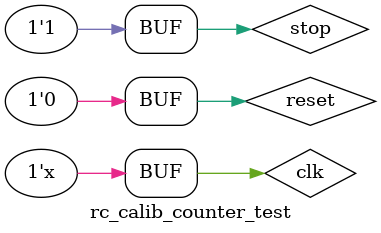
<source format=v>
`timescale 1us / 1ps


module rc_calib_counter_test;

	// Inputs
	reg clk;
	reg reset;
	reg stop;

	// Outputs
	wire [3:0] integral_part;
	wire [3:0] fractional_part;

	// Instantiate the Unit Under Test (UUT)
	rc_calib_counter uut (
		.clk(clk), 
		.reset(reset), 
		.stop(stop),
		.integral_part(integral_part), 
		.fractional_part(fractional_part)
	);

	initial 
	
	begin
		// Initialize Inputs
		stop=0;
		clk = 1;
		reset = 0;
      #0.01 ;
     reset = 1;
     #0.01 ;
     reset = 0;
	  #3.2;
	  stop=1;

		// Wait 100 ns for global reset to finish
	
		// Add stimulus here

	end
      
		
		always
			
		#0.05 clk = ~clk;

		
		always @ (posedge clk)
		
		$display("The Time now is 	%d . %d   us ",integral_part,fractional_part);
		
		
endmodule


</source>
